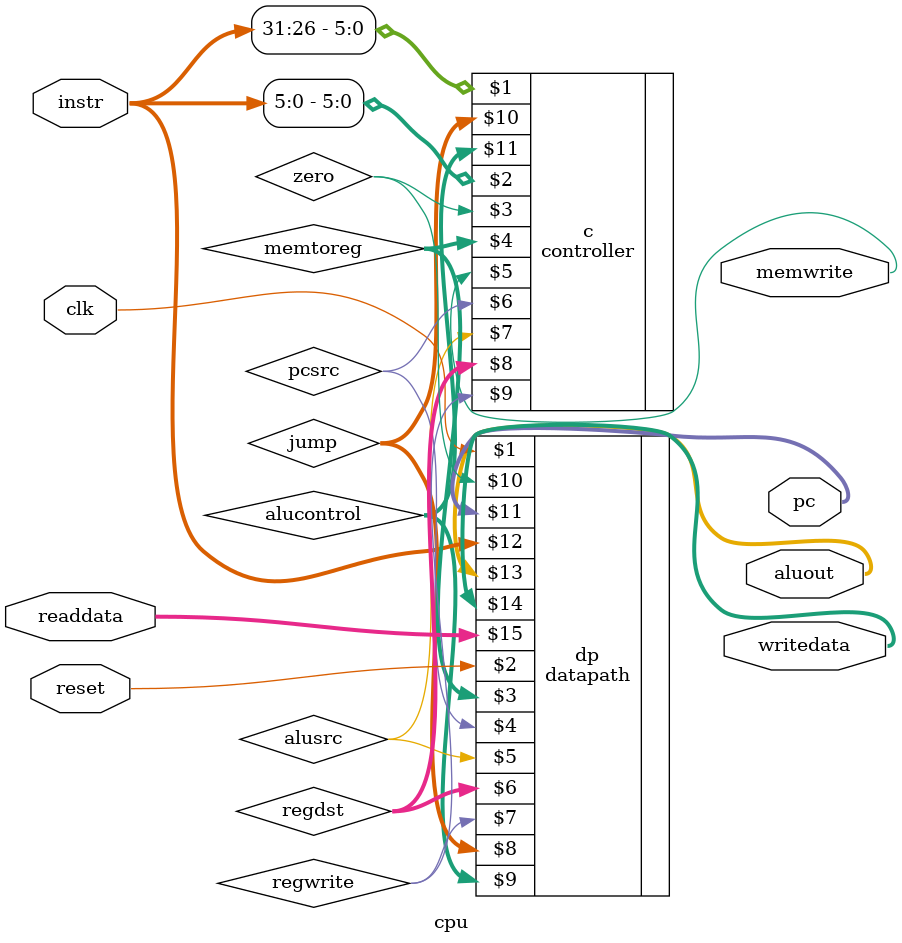
<source format=sv>
`ifndef CPU
`define CPU

`timescale 1ns/100ps

`include "../controller/controller.sv"
`include "../datapath/datapath.sv"

module cpu
    #(parameter n = 32)(
    //
    // ---------------- PORT DEFINITIONS ----------------
    //
    input  logic           clk, reset,
    output logic [(n-1):0] pc,
    input  logic [(n-1):0] instr,
    output logic           memwrite,
    output logic [(n-1):0] aluout, writedata,
    input  logic [(n-1):0] readdata
);
    //
    // ---------------- MODULE DESIGN IMPLEMENTATION ----------------
    //

    // cpu internal components
    logic       alusrc, regwrite, pcsrc, zero;
    logic [1:0] memtoreg, regdst, jump;
    logic [2:0] alucontrol;
    
    controller c(instr[(31):26], instr[5:0], zero,
                    memtoreg, memwrite, pcsrc,
                    alusrc, regdst, regwrite, jump,
                    alucontrol);

    datapath dp(clk, reset, memtoreg, pcsrc,
                    alusrc, regdst, regwrite, jump,
                    alucontrol,
                    zero, pc, instr,
                    aluout, writedata, readdata);

endmodule

`endif // CPU

</source>
